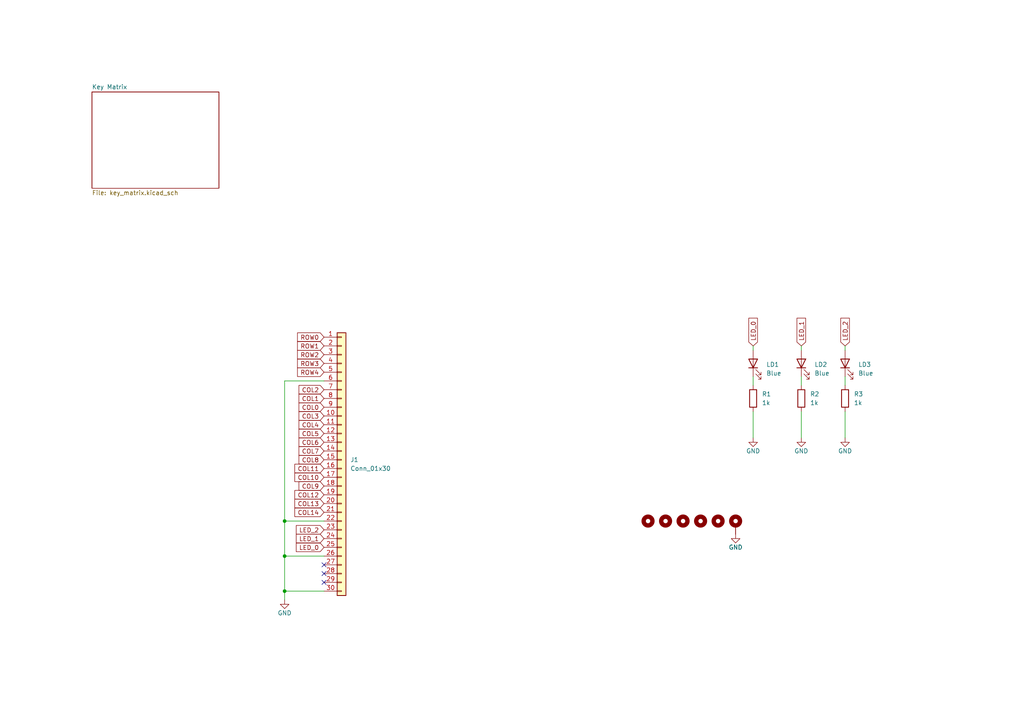
<source format=kicad_sch>
(kicad_sch (version 20230121) (generator eeschema)
  (paper "A4")
  (title_block (title "Facade60") (rev "1.0") (company "SideraKB") (comment 2 "Open source hardware, CERN-OHL-P v2"))
  (lib_symbols
    (symbol "Connector_Generic:Conn_01x30" (pin_names (offset 1.016) hide)
      (property "Reference" "J" (at 0 38.1 0))
      (property "Value" "Conn_01x30" (at 0 -40.64 0))
      (symbol "Conn_01x30_1_1"
        (rectangle (start -1.27 -37.973) (end 0 -38.227) (stroke (width 0.1524)))
        (rectangle (start -1.27 -35.433) (end 0 -35.687) (stroke (width 0.1524)))
        (rectangle (start -1.27 -32.893) (end 0 -33.147) (stroke (width 0.1524)))
        (rectangle (start -1.27 -30.353) (end 0 -30.607) (stroke (width 0.1524)))
        (rectangle (start -1.27 -27.813) (end 0 -28.067) (stroke (width 0.1524)))
        (rectangle (start -1.27 -25.273) (end 0 -25.527) (stroke (width 0.1524)))
        (rectangle (start -1.27 -22.733) (end 0 -22.987) (stroke (width 0.1524)))
        (rectangle (start -1.27 -20.193) (end 0 -20.447) (stroke (width 0.1524)))
        (rectangle (start -1.27 -17.653) (end 0 -17.907) (stroke (width 0.1524)))
        (rectangle (start -1.27 -15.113) (end 0 -15.367) (stroke (width 0.1524)))
        (rectangle (start -1.27 -12.573) (end 0 -12.827) (stroke (width 0.1524)))
        (rectangle (start -1.27 -10.033) (end 0 -10.287) (stroke (width 0.1524)))
        (rectangle (start -1.27 -7.493) (end 0 -7.747) (stroke (width 0.1524)))
        (rectangle (start -1.27 -4.953) (end 0 -5.207) (stroke (width 0.1524)))
        (rectangle (start -1.27 -2.413) (end 0 -2.667) (stroke (width 0.1524)))
        (rectangle (start -1.27 0.127) (end 0 -0.127) (stroke (width 0.1524)))
        (rectangle (start -1.27 2.667) (end 0 2.413) (stroke (width 0.1524)))
        (rectangle (start -1.27 5.207) (end 0 4.953) (stroke (width 0.1524)))
        (rectangle (start -1.27 7.747) (end 0 7.493) (stroke (width 0.1524)))
        (rectangle (start -1.27 10.287) (end 0 10.033) (stroke (width 0.1524)))
        (rectangle (start -1.27 12.827) (end 0 12.573) (stroke (width 0.1524)))
        (rectangle (start -1.27 15.367) (end 0 15.113) (stroke (width 0.1524)))
        (rectangle (start -1.27 17.907) (end 0 17.653) (stroke (width 0.1524)))
        (rectangle (start -1.27 20.447) (end 0 20.193) (stroke (width 0.1524)))
        (rectangle (start -1.27 22.987) (end 0 22.733) (stroke (width 0.1524)))
        (rectangle (start -1.27 25.527) (end 0 25.273) (stroke (width 0.1524)))
        (rectangle (start -1.27 28.067) (end 0 27.813) (stroke (width 0.1524)))
        (rectangle (start -1.27 30.607) (end 0 30.353) (stroke (width 0.1524)))
        (rectangle (start -1.27 33.147) (end 0 32.893) (stroke (width 0.1524)))
        (rectangle (start -1.27 35.687) (end 0 35.433) (stroke (width 0.1524)))
        (rectangle (start -1.27 36.83) (end 1.27 -39.37) (stroke (width 0.254)) (fill (type background)))
        (pin passive line (at -5.08 35.56 0) (length 3.81) (name "Pin_1") (number "1"))
        (pin passive line (at -5.08 12.7 0) (length 3.81) (name "Pin_10") (number "10"))
        (pin passive line (at -5.08 10.16 0) (length 3.81) (name "Pin_11") (number "11"))
        (pin passive line (at -5.08 7.62 0) (length 3.81) (name "Pin_12") (number "12"))
        (pin passive line (at -5.08 5.08 0) (length 3.81) (name "Pin_13") (number "13"))
        (pin passive line (at -5.08 2.54 0) (length 3.81) (name "Pin_14") (number "14"))
        (pin passive line (at -5.08 0 0) (length 3.81) (name "Pin_15") (number "15"))
        (pin passive line (at -5.08 -2.54 0) (length 3.81) (name "Pin_16") (number "16"))
        (pin passive line (at -5.08 -5.08 0) (length 3.81) (name "Pin_17") (number "17"))
        (pin passive line (at -5.08 -7.62 0) (length 3.81) (name "Pin_18") (number "18"))
        (pin passive line (at -5.08 -10.16 0) (length 3.81) (name "Pin_19") (number "19"))
        (pin passive line (at -5.08 33.02 0) (length 3.81) (name "Pin_2") (number "2"))
        (pin passive line (at -5.08 -12.7 0) (length 3.81) (name "Pin_20") (number "20"))
        (pin passive line (at -5.08 -15.24 0) (length 3.81) (name "Pin_21") (number "21"))
        (pin passive line (at -5.08 -17.78 0) (length 3.81) (name "Pin_22") (number "22"))
        (pin passive line (at -5.08 -20.32 0) (length 3.81) (name "Pin_23") (number "23"))
        (pin passive line (at -5.08 -22.86 0) (length 3.81) (name "Pin_24") (number "24"))
        (pin passive line (at -5.08 -25.4 0) (length 3.81) (name "Pin_25") (number "25"))
        (pin passive line (at -5.08 -27.94 0) (length 3.81) (name "Pin_26") (number "26"))
        (pin passive line (at -5.08 -30.48 0) (length 3.81) (name "Pin_27") (number "27"))
        (pin passive line (at -5.08 -33.02 0) (length 3.81) (name "Pin_28") (number "28"))
        (pin passive line (at -5.08 -35.56 0) (length 3.81) (name "Pin_29") (number "29"))
        (pin passive line (at -5.08 30.48 0) (length 3.81) (name "Pin_3") (number "3"))
        (pin passive line (at -5.08 -38.1 0) (length 3.81) (name "Pin_30") (number "30"))
        (pin passive line (at -5.08 27.94 0) (length 3.81) (name "Pin_4") (number "4"))
        (pin passive line (at -5.08 25.4 0) (length 3.81) (name "Pin_5") (number "5"))
        (pin passive line (at -5.08 22.86 0) (length 3.81) (name "Pin_6") (number "6"))
        (pin passive line (at -5.08 20.32 0) (length 3.81) (name "Pin_7") (number "7"))
        (pin passive line (at -5.08 17.78 0) (length 3.81) (name "Pin_8") (number "8"))
        (pin passive line (at -5.08 15.24 0) (length 3.81) (name "Pin_9") (number "9"))
      )
    )
    (symbol "Device:LED" (pin_numbers hide) (pin_names (offset 1.016) hide)
      (property "Reference" "D" (at 0 2.54 0))
      (property "Value" "LED" (at 0 -2.54 0))
      (symbol "LED_0_1"
        (polyline (pts (xy -1.27 -1.27) (xy -1.27 1.27)) (stroke (width 0.254)))
        (polyline (pts (xy -1.27 0) (xy 1.27 0)))
        (polyline (pts (xy 1.27 -1.27) (xy 1.27 1.27) (xy -1.27 0) (xy 1.27 -1.27)) (stroke (width 0.254)))
        (polyline (pts (xy -3.048 -0.762) (xy -4.572 -2.286) (xy -3.81 -2.286) (xy -4.572 -2.286) (xy -4.572 -1.524)))
        (polyline (pts (xy -1.778 -0.762) (xy -3.302 -2.286) (xy -2.54 -2.286) (xy -3.302 -2.286) (xy -3.302 -1.524)))
      )
      (symbol "LED_1_1"
        (pin passive line (at -3.81 0 0) (length 2.54) (name "K") (number "1"))
        (pin passive line (at 3.81 0 180) (length 2.54) (name "A") (number "2"))
      )
    )
    (symbol "Device:R" (pin_numbers hide) (pin_names (offset 0))
      (property "Reference" "R" (at 2.032 0 90))
      (property "Value" "R" (at 0 0 90))
      (symbol "R_0_1"
        (rectangle (start -1.016 -2.54) (end 1.016 2.54) (stroke (width 0.254)))
      )
      (symbol "R_1_1"
        (pin passive line (at 0 3.81 270) (length 1.27) (name "~") (number "1"))
        (pin passive line (at 0 -3.81 90) (length 1.27) (name "~") (number "2"))
      )
    )
    (symbol "Mechanical:MountingHole" (pin_names (offset 1.016))
      (property "Reference" "H" (at 0 5.08 0))
      (property "Value" "MountingHole" (at 0 3.175 0))
      (symbol "MountingHole_0_1"
        (circle (center 0 0) (radius 1.27) (stroke (width 1.27)))
      )
    )
    (symbol "Mechanical:MountingHole_Pad" (pin_numbers hide) (pin_names (offset 1.016) hide)
      (property "Reference" "H" (at 0 6.35 0))
      (property "Value" "MountingHole_Pad" (at 0 4.445 0))
      (symbol "MountingHole_Pad_0_1"
        (circle (center 0 1.27) (radius 1.27) (stroke (width 1.27)))
      )
      (symbol "MountingHole_Pad_1_1"
        (pin input line (at 0 -2.54 90) (length 2.54) (name "1") (number "1"))
      )
    )
    (symbol "power:GND" (power) (pin_names (offset 0))
      (property "Value" "GND" (at 0 -3.81 0))
      (symbol "GND_0_1"
        (polyline (pts (xy 0 0) (xy 0 -1.27) (xy 1.27 -1.27) (xy 0 -2.54) (xy -1.27 -1.27) (xy 0 -1.27)))
      )
      (symbol "GND_1_1"
        (pin power_in line (at 0 0 270) (length 0) hide (name "GND") (number "1"))
      )
    )
  )
  (junction (at 82.55 171.45))
  (junction (at 82.55 161.29))
  (junction (at 82.55 151.13))
  (no_connect (at 93.98 168.91))
  (no_connect (at 93.98 163.83))
  (no_connect (at 93.98 166.37))
  (wire (pts (xy 82.55 161.29) (xy 93.98 161.29)))
  (wire (pts (xy 218.44 111.76) (xy 218.44 109.22)))
  (wire (pts (xy 218.44 101.6) (xy 218.44 100.33)))
  (wire (pts (xy 82.55 171.45) (xy 93.98 171.45)))
  (wire (pts (xy 245.11 101.6) (xy 245.11 100.33)))
  (wire (pts (xy 245.11 119.38) (xy 245.11 127)))
  (wire (pts (xy 218.44 119.38) (xy 218.44 127)))
  (wire (pts (xy 232.41 111.76) (xy 232.41 109.22)))
  (wire (pts (xy 82.55 151.13) (xy 93.98 151.13)))
  (wire (pts (xy 82.55 151.13) (xy 82.55 161.29)))
  (wire (pts (xy 82.55 161.29) (xy 82.55 171.45)))
  (wire (pts (xy 232.41 119.38) (xy 232.41 127)))
  (wire (pts (xy 232.41 101.6) (xy 232.41 100.33)))
  (wire (pts (xy 82.55 110.49) (xy 82.55 151.13)))
  (wire (pts (xy 93.98 110.49) (xy 82.55 110.49)))
  (wire (pts (xy 245.11 111.76) (xy 245.11 109.22)))
  (wire (pts (xy 82.55 171.45) (xy 82.55 173.99)))
  (global_label "ROW4" (shape input) (at 93.98 107.95 180) (property "Intersheetrefs" "${INTERSHEET_REFS}" (effects hide)))
  (global_label "COL3" (shape input) (at 93.98 120.65 180) (property "Intersheetrefs" "${INTERSHEET_REFS}" (effects hide)))
  (global_label "COL10" (shape input) (at 93.98 138.43 180) (property "Intersheetrefs" "${INTERSHEET_REFS}" (effects hide)))
  (global_label "LED_1" (shape input) (at 232.41 100.33 90) (property "Intersheetrefs" "${INTERSHEET_REFS}" (effects hide)))
  (global_label "ROW2" (shape input) (at 93.98 102.87 180) (property "Intersheetrefs" "${INTERSHEET_REFS}" (effects hide)))
  (global_label "LED_0" (shape input) (at 218.44 100.33 90) (property "Intersheetrefs" "${INTERSHEET_REFS}" (effects hide)))
  (global_label "COL2" (shape input) (at 93.98 113.03 180) (property "Intersheetrefs" "${INTERSHEET_REFS}" (effects hide)))
  (global_label "LED_1" (shape input) (at 93.98 156.21 180) (property "Intersheetrefs" "${INTERSHEET_REFS}" (effects hide)))
  (global_label "COL13" (shape input) (at 93.98 146.05 180) (property "Intersheetrefs" "${INTERSHEET_REFS}" (effects hide)))
  (global_label "LED_0" (shape input) (at 93.98 158.75 180) (property "Intersheetrefs" "${INTERSHEET_REFS}" (effects hide)))
  (global_label "COL0" (shape input) (at 93.98 118.11 180) (property "Intersheetrefs" "${INTERSHEET_REFS}" (effects hide)))
  (global_label "ROW0" (shape input) (at 93.98 97.79 180) (property "Intersheetrefs" "${INTERSHEET_REFS}" (effects hide)))
  (global_label "COL8" (shape input) (at 93.98 133.35 180) (property "Intersheetrefs" "${INTERSHEET_REFS}" (effects hide)))
  (global_label "COL11" (shape input) (at 93.98 135.89 180) (property "Intersheetrefs" "${INTERSHEET_REFS}" (effects hide)))
  (global_label "COL14" (shape input) (at 93.98 148.59 180) (property "Intersheetrefs" "${INTERSHEET_REFS}" (effects hide)))
  (global_label "COL1" (shape input) (at 93.98 115.57 180) (property "Intersheetrefs" "${INTERSHEET_REFS}" (effects hide)))
  (global_label "COL5" (shape input) (at 93.98 125.73 180) (property "Intersheetrefs" "${INTERSHEET_REFS}" (effects hide)))
  (global_label "LED_2" (shape input) (at 93.98 153.67 180) (property "Intersheetrefs" "${INTERSHEET_REFS}" (effects hide)))
  (global_label "COL12" (shape input) (at 93.98 143.51 180) (property "Intersheetrefs" "${INTERSHEET_REFS}" (effects hide)))
  (global_label "ROW3" (shape input) (at 93.98 105.41 180) (property "Intersheetrefs" "${INTERSHEET_REFS}" (effects hide)))
  (global_label "ROW1" (shape input) (at 93.98 100.33 180) (property "Intersheetrefs" "${INTERSHEET_REFS}" (effects hide)))
  (global_label "LED_2" (shape input) (at 245.11 100.33 90) (property "Intersheetrefs" "${INTERSHEET_REFS}" (effects hide)))
  (global_label "COL9" (shape input) (at 93.98 140.97 180) (property "Intersheetrefs" "${INTERSHEET_REFS}" (effects hide)))
  (global_label "COL6" (shape input) (at 93.98 128.27 180) (property "Intersheetrefs" "${INTERSHEET_REFS}" (effects hide)))
  (global_label "COL4" (shape input) (at 93.98 123.19 180) (property "Intersheetrefs" "${INTERSHEET_REFS}" (effects hide)))
  (global_label "COL7" (shape input) (at 93.98 130.81 180) (property "Intersheetrefs" "${INTERSHEET_REFS}" (effects hide)))
  (symbol (lib_id "Device:LED") (at 232.41 105.41 90) (unit 1)
    (property "Reference" "LD2" (at 236.22 105.7275 90) (effects (justify right)))
    (property "Value" "Blue" (at 236.22 108.2675 90) (effects (justify right)))
    (property "Footprint" "LED_SMD:LED_0603_1608Metric" (effects hide))
    (property "LCSC" "C72043" (effects hide))
    (property "MFR. Part #" "19-217/GHC-YR1S2/3T" (effects hide))
  )
  (symbol (lib_id "Mechanical:MountingHole") (at 187.96 151.13 0) (unit 1)
    (property "Reference" "H5" (effects hide))
    (property "Value" "MountingHole" (effects hide))
    (property "Footprint" "facade:MountingHole-C" (effects hide))
  )
  (symbol (lib_id "Device:R") (at 218.44 115.57 0) (mirror y) (unit 1)
    (property "Reference" "R1" (at 220.98 114.3 0) (effects (justify right)))
    (property "Value" "1k" (at 220.98 116.84 0) (effects (justify right)))
    (property "Footprint" "Resistor_SMD:R_0603_1608Metric" (effects hide))
    (property "MFR. Part #" "0402WGF1001TCE " (effects hide))
    (property "LCSC" "C11702" (effects hide))
  )
  (symbol (lib_id "power:GND") (at 82.55 173.99 0) (unit 1)
    (property "Reference" "#PWR03" (effects hide))
    (property "Value" "GND" (at 82.55 177.8 0))
  )
  (symbol (lib_id "Mechanical:MountingHole") (at 193.04 151.13 0) (unit 1)
    (property "Reference" "H6" (effects hide))
    (property "Value" "MountingHole" (effects hide))
    (property "Footprint" "facade:MountingHole-C" (effects hide))
  )
  (symbol (lib_id "power:GND") (at 218.44 127 0) (unit 1)
    (property "Reference" "#PWR02" (effects hide))
    (property "Value" "GND" (at 218.44 130.81 0))
  )
  (symbol (lib_id "Device:LED") (at 245.11 105.41 90) (unit 1)
    (property "Reference" "LD3" (at 248.92 105.7275 90) (effects (justify right)))
    (property "Value" "Blue" (at 248.92 108.2675 90) (effects (justify right)))
    (property "Footprint" "LED_SMD:LED_0603_1608Metric" (effects hide))
    (property "LCSC" "C72043" (effects hide))
    (property "MFR. Part #" "19-217/GHC-YR1S2/3T" (effects hide))
  )
  (symbol (lib_id "Device:R") (at 232.41 115.57 0) (mirror y) (unit 1)
    (property "Reference" "R2" (at 234.95 114.3 0) (effects (justify right)))
    (property "Value" "1k" (at 234.95 116.84 0) (effects (justify right)))
    (property "Footprint" "Resistor_SMD:R_0603_1608Metric" (effects hide))
    (property "MFR. Part #" "0402WGF1001TCE " (effects hide))
    (property "LCSC" "C11702" (effects hide))
  )
  (symbol (lib_id "Device:R") (at 245.11 115.57 0) (mirror y) (unit 1)
    (property "Reference" "R3" (at 247.65 114.3 0) (effects (justify right)))
    (property "Value" "1k" (at 247.65 116.84 0) (effects (justify right)))
    (property "Footprint" "Resistor_SMD:R_0603_1608Metric" (effects hide))
    (property "MFR. Part #" "0402WGF1001TCE " (effects hide))
    (property "LCSC" "C11702" (effects hide))
  )
  (symbol (lib_id "Mechanical:MountingHole") (at 208.28 151.13 0) (unit 1)
    (property "Reference" "H10" (effects hide))
    (property "Value" "MountingHole_Pad" (effects hide))
    (property "Footprint" "facade:MountingHole-D" (effects hide))
  )
  (symbol (lib_id "Device:LED") (at 218.44 105.41 90) (unit 1)
    (property "Reference" "LD1" (at 222.25 105.7275 90) (effects (justify right)))
    (property "Value" "Blue" (at 222.25 108.2675 90) (effects (justify right)))
    (property "Footprint" "LED_SMD:LED_0603_1608Metric" (effects hide))
    (property "LCSC" "C72043" (effects hide))
    (property "MFR. Part #" "19-217/GHC-YR1S2/3T" (effects hide))
  )
  (symbol (lib_id "power:GND") (at 213.36 154.94 0) (unit 1)
    (property "Reference" "#PWR07" (effects hide))
    (property "Value" "GND" (at 213.36 158.75 0))
  )
  (symbol (lib_id "power:GND") (at 245.11 127 0) (unit 1)
    (property "Reference" "#PWR08" (effects hide))
    (property "Value" "GND" (at 245.11 130.81 0))
  )
  (symbol (lib_id "Mechanical:MountingHole_Pad") (at 213.36 152.4 0) (unit 1)
    (property "Reference" "H11" (effects hide))
    (property "Value" "MountingHole_Pad" (effects hide))
    (property "Footprint" "facade:MountingHole-B" (effects hide))
  )
  (symbol (lib_id "Connector_Generic:Conn_01x30") (at 99.06 133.35 0) (unit 1)
    (property "Reference" "J1" (at 101.6 133.35 0) (effects (justify left)))
    (property "Value" "Conn_01x30" (at 101.6 135.89 0) (effects (justify left)))
    (property "Footprint" "Connector_FFC-FPC:TE_3-1734839-0_1x30-1MP_P0.5mm_Horizontal" (effects hide))
  )
  (symbol (lib_id "power:GND") (at 232.41 127 0) (unit 1)
    (property "Reference" "#PWR01" (effects hide))
    (property "Value" "GND" (at 232.41 130.81 0))
  )
  (symbol (lib_id "Mechanical:MountingHole") (at 198.12 151.13 0) (unit 1)
    (property "Reference" "H8" (effects hide))
    (property "Value" "MountingHole_Pad" (effects hide))
    (property "Footprint" "facade:MountingHole-D" (effects hide))
  )
  (symbol (lib_id "Mechanical:MountingHole") (at 203.2 151.13 0) (unit 1)
    (property "Reference" "H9" (effects hide))
    (property "Value" "MountingHole_Pad" (effects hide))
    (property "Footprint" "facade:MountingHole-D" (effects hide))
  )
  (sheet (at 26.67 26.67) (size 36.83 27.94) (stroke (width 0.1524))
    (property "Sheetname" "Key Matrix" (at 26.67 25.9584 0) (effects (justify left bottom)))
    (property "Sheetfile" "key_matrix.kicad_sch" (at 26.67 55.1946 0) (effects (justify left top)))
  )
)
</source>
